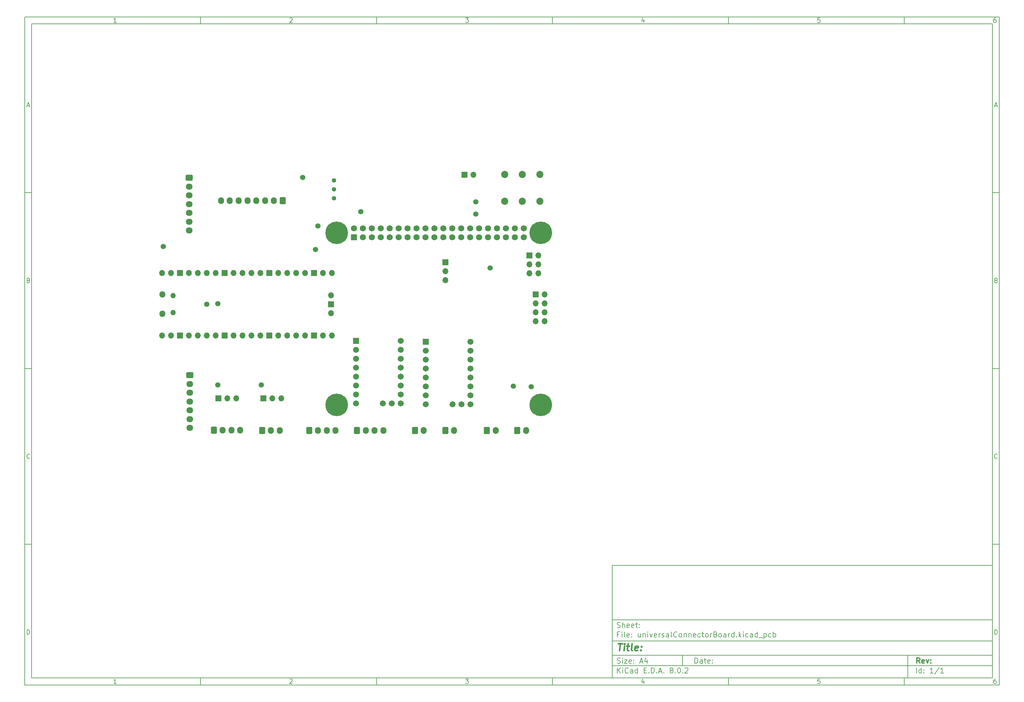
<source format=gbs>
G04 #@! TF.GenerationSoftware,KiCad,Pcbnew,8.0.2*
G04 #@! TF.CreationDate,2024-05-29T13:55:41+02:00*
G04 #@! TF.ProjectId,universalConnectorBoard,756e6976-6572-4736-916c-436f6e6e6563,rev?*
G04 #@! TF.SameCoordinates,Original*
G04 #@! TF.FileFunction,Soldermask,Bot*
G04 #@! TF.FilePolarity,Negative*
%FSLAX46Y46*%
G04 Gerber Fmt 4.6, Leading zero omitted, Abs format (unit mm)*
G04 Created by KiCad (PCBNEW 8.0.2) date 2024-05-29 13:55:41*
%MOMM*%
%LPD*%
G01*
G04 APERTURE LIST*
G04 Aperture macros list*
%AMRoundRect*
0 Rectangle with rounded corners*
0 $1 Rounding radius*
0 $2 $3 $4 $5 $6 $7 $8 $9 X,Y pos of 4 corners*
0 Add a 4 corners polygon primitive as box body*
4,1,4,$2,$3,$4,$5,$6,$7,$8,$9,$2,$3,0*
0 Add four circle primitives for the rounded corners*
1,1,$1+$1,$2,$3*
1,1,$1+$1,$4,$5*
1,1,$1+$1,$6,$7*
1,1,$1+$1,$8,$9*
0 Add four rect primitives between the rounded corners*
20,1,$1+$1,$2,$3,$4,$5,0*
20,1,$1+$1,$4,$5,$6,$7,0*
20,1,$1+$1,$6,$7,$8,$9,0*
20,1,$1+$1,$8,$9,$2,$3,0*%
G04 Aperture macros list end*
%ADD10C,0.100000*%
%ADD11C,0.150000*%
%ADD12C,0.300000*%
%ADD13C,0.400000*%
%ADD14RoundRect,0.250000X-0.725000X0.600000X-0.725000X-0.600000X0.725000X-0.600000X0.725000X0.600000X0*%
%ADD15O,1.950000X1.700000*%
%ADD16R,1.700000X1.700000*%
%ADD17O,1.700000X1.700000*%
%ADD18RoundRect,0.250000X-0.600000X-0.750000X0.600000X-0.750000X0.600000X0.750000X-0.600000X0.750000X0*%
%ADD19O,1.700000X2.000000*%
%ADD20C,1.280000*%
%ADD21O,1.800000X1.800000*%
%ADD22O,1.500000X1.500000*%
%ADD23RoundRect,0.250000X-0.600000X-0.725000X0.600000X-0.725000X0.600000X0.725000X-0.600000X0.725000X0*%
%ADD24O,1.700000X1.950000*%
%ADD25RoundRect,0.102000X-0.762000X-0.762000X0.762000X-0.762000X0.762000X0.762000X-0.762000X0.762000X0*%
%ADD26C,1.728000*%
%ADD27C,6.404000*%
%ADD28RoundRect,0.250000X0.600000X0.725000X-0.600000X0.725000X-0.600000X-0.725000X0.600000X-0.725000X0*%
%ADD29C,2.025000*%
%ADD30RoundRect,0.102000X-0.754000X-0.754000X0.754000X-0.754000X0.754000X0.754000X-0.754000X0.754000X0*%
%ADD31C,1.712000*%
%ADD32C,1.500000*%
G04 APERTURE END LIST*
D10*
D11*
X177002200Y-166007200D02*
X285002200Y-166007200D01*
X285002200Y-198007200D01*
X177002200Y-198007200D01*
X177002200Y-166007200D01*
D10*
D11*
X10000000Y-10000000D02*
X287002200Y-10000000D01*
X287002200Y-200007200D01*
X10000000Y-200007200D01*
X10000000Y-10000000D01*
D10*
D11*
X12000000Y-12000000D02*
X285002200Y-12000000D01*
X285002200Y-198007200D01*
X12000000Y-198007200D01*
X12000000Y-12000000D01*
D10*
D11*
X60000000Y-12000000D02*
X60000000Y-10000000D01*
D10*
D11*
X110000000Y-12000000D02*
X110000000Y-10000000D01*
D10*
D11*
X160000000Y-12000000D02*
X160000000Y-10000000D01*
D10*
D11*
X210000000Y-12000000D02*
X210000000Y-10000000D01*
D10*
D11*
X260000000Y-12000000D02*
X260000000Y-10000000D01*
D10*
D11*
X36089160Y-11593604D02*
X35346303Y-11593604D01*
X35717731Y-11593604D02*
X35717731Y-10293604D01*
X35717731Y-10293604D02*
X35593922Y-10479319D01*
X35593922Y-10479319D02*
X35470112Y-10603128D01*
X35470112Y-10603128D02*
X35346303Y-10665033D01*
D10*
D11*
X85346303Y-10417414D02*
X85408207Y-10355509D01*
X85408207Y-10355509D02*
X85532017Y-10293604D01*
X85532017Y-10293604D02*
X85841541Y-10293604D01*
X85841541Y-10293604D02*
X85965350Y-10355509D01*
X85965350Y-10355509D02*
X86027255Y-10417414D01*
X86027255Y-10417414D02*
X86089160Y-10541223D01*
X86089160Y-10541223D02*
X86089160Y-10665033D01*
X86089160Y-10665033D02*
X86027255Y-10850747D01*
X86027255Y-10850747D02*
X85284398Y-11593604D01*
X85284398Y-11593604D02*
X86089160Y-11593604D01*
D10*
D11*
X135284398Y-10293604D02*
X136089160Y-10293604D01*
X136089160Y-10293604D02*
X135655826Y-10788842D01*
X135655826Y-10788842D02*
X135841541Y-10788842D01*
X135841541Y-10788842D02*
X135965350Y-10850747D01*
X135965350Y-10850747D02*
X136027255Y-10912652D01*
X136027255Y-10912652D02*
X136089160Y-11036461D01*
X136089160Y-11036461D02*
X136089160Y-11345985D01*
X136089160Y-11345985D02*
X136027255Y-11469795D01*
X136027255Y-11469795D02*
X135965350Y-11531700D01*
X135965350Y-11531700D02*
X135841541Y-11593604D01*
X135841541Y-11593604D02*
X135470112Y-11593604D01*
X135470112Y-11593604D02*
X135346303Y-11531700D01*
X135346303Y-11531700D02*
X135284398Y-11469795D01*
D10*
D11*
X185965350Y-10726938D02*
X185965350Y-11593604D01*
X185655826Y-10231700D02*
X185346303Y-11160271D01*
X185346303Y-11160271D02*
X186151064Y-11160271D01*
D10*
D11*
X236027255Y-10293604D02*
X235408207Y-10293604D01*
X235408207Y-10293604D02*
X235346303Y-10912652D01*
X235346303Y-10912652D02*
X235408207Y-10850747D01*
X235408207Y-10850747D02*
X235532017Y-10788842D01*
X235532017Y-10788842D02*
X235841541Y-10788842D01*
X235841541Y-10788842D02*
X235965350Y-10850747D01*
X235965350Y-10850747D02*
X236027255Y-10912652D01*
X236027255Y-10912652D02*
X236089160Y-11036461D01*
X236089160Y-11036461D02*
X236089160Y-11345985D01*
X236089160Y-11345985D02*
X236027255Y-11469795D01*
X236027255Y-11469795D02*
X235965350Y-11531700D01*
X235965350Y-11531700D02*
X235841541Y-11593604D01*
X235841541Y-11593604D02*
X235532017Y-11593604D01*
X235532017Y-11593604D02*
X235408207Y-11531700D01*
X235408207Y-11531700D02*
X235346303Y-11469795D01*
D10*
D11*
X285965350Y-10293604D02*
X285717731Y-10293604D01*
X285717731Y-10293604D02*
X285593922Y-10355509D01*
X285593922Y-10355509D02*
X285532017Y-10417414D01*
X285532017Y-10417414D02*
X285408207Y-10603128D01*
X285408207Y-10603128D02*
X285346303Y-10850747D01*
X285346303Y-10850747D02*
X285346303Y-11345985D01*
X285346303Y-11345985D02*
X285408207Y-11469795D01*
X285408207Y-11469795D02*
X285470112Y-11531700D01*
X285470112Y-11531700D02*
X285593922Y-11593604D01*
X285593922Y-11593604D02*
X285841541Y-11593604D01*
X285841541Y-11593604D02*
X285965350Y-11531700D01*
X285965350Y-11531700D02*
X286027255Y-11469795D01*
X286027255Y-11469795D02*
X286089160Y-11345985D01*
X286089160Y-11345985D02*
X286089160Y-11036461D01*
X286089160Y-11036461D02*
X286027255Y-10912652D01*
X286027255Y-10912652D02*
X285965350Y-10850747D01*
X285965350Y-10850747D02*
X285841541Y-10788842D01*
X285841541Y-10788842D02*
X285593922Y-10788842D01*
X285593922Y-10788842D02*
X285470112Y-10850747D01*
X285470112Y-10850747D02*
X285408207Y-10912652D01*
X285408207Y-10912652D02*
X285346303Y-11036461D01*
D10*
D11*
X60000000Y-198007200D02*
X60000000Y-200007200D01*
D10*
D11*
X110000000Y-198007200D02*
X110000000Y-200007200D01*
D10*
D11*
X160000000Y-198007200D02*
X160000000Y-200007200D01*
D10*
D11*
X210000000Y-198007200D02*
X210000000Y-200007200D01*
D10*
D11*
X260000000Y-198007200D02*
X260000000Y-200007200D01*
D10*
D11*
X36089160Y-199600804D02*
X35346303Y-199600804D01*
X35717731Y-199600804D02*
X35717731Y-198300804D01*
X35717731Y-198300804D02*
X35593922Y-198486519D01*
X35593922Y-198486519D02*
X35470112Y-198610328D01*
X35470112Y-198610328D02*
X35346303Y-198672233D01*
D10*
D11*
X85346303Y-198424614D02*
X85408207Y-198362709D01*
X85408207Y-198362709D02*
X85532017Y-198300804D01*
X85532017Y-198300804D02*
X85841541Y-198300804D01*
X85841541Y-198300804D02*
X85965350Y-198362709D01*
X85965350Y-198362709D02*
X86027255Y-198424614D01*
X86027255Y-198424614D02*
X86089160Y-198548423D01*
X86089160Y-198548423D02*
X86089160Y-198672233D01*
X86089160Y-198672233D02*
X86027255Y-198857947D01*
X86027255Y-198857947D02*
X85284398Y-199600804D01*
X85284398Y-199600804D02*
X86089160Y-199600804D01*
D10*
D11*
X135284398Y-198300804D02*
X136089160Y-198300804D01*
X136089160Y-198300804D02*
X135655826Y-198796042D01*
X135655826Y-198796042D02*
X135841541Y-198796042D01*
X135841541Y-198796042D02*
X135965350Y-198857947D01*
X135965350Y-198857947D02*
X136027255Y-198919852D01*
X136027255Y-198919852D02*
X136089160Y-199043661D01*
X136089160Y-199043661D02*
X136089160Y-199353185D01*
X136089160Y-199353185D02*
X136027255Y-199476995D01*
X136027255Y-199476995D02*
X135965350Y-199538900D01*
X135965350Y-199538900D02*
X135841541Y-199600804D01*
X135841541Y-199600804D02*
X135470112Y-199600804D01*
X135470112Y-199600804D02*
X135346303Y-199538900D01*
X135346303Y-199538900D02*
X135284398Y-199476995D01*
D10*
D11*
X185965350Y-198734138D02*
X185965350Y-199600804D01*
X185655826Y-198238900D02*
X185346303Y-199167471D01*
X185346303Y-199167471D02*
X186151064Y-199167471D01*
D10*
D11*
X236027255Y-198300804D02*
X235408207Y-198300804D01*
X235408207Y-198300804D02*
X235346303Y-198919852D01*
X235346303Y-198919852D02*
X235408207Y-198857947D01*
X235408207Y-198857947D02*
X235532017Y-198796042D01*
X235532017Y-198796042D02*
X235841541Y-198796042D01*
X235841541Y-198796042D02*
X235965350Y-198857947D01*
X235965350Y-198857947D02*
X236027255Y-198919852D01*
X236027255Y-198919852D02*
X236089160Y-199043661D01*
X236089160Y-199043661D02*
X236089160Y-199353185D01*
X236089160Y-199353185D02*
X236027255Y-199476995D01*
X236027255Y-199476995D02*
X235965350Y-199538900D01*
X235965350Y-199538900D02*
X235841541Y-199600804D01*
X235841541Y-199600804D02*
X235532017Y-199600804D01*
X235532017Y-199600804D02*
X235408207Y-199538900D01*
X235408207Y-199538900D02*
X235346303Y-199476995D01*
D10*
D11*
X285965350Y-198300804D02*
X285717731Y-198300804D01*
X285717731Y-198300804D02*
X285593922Y-198362709D01*
X285593922Y-198362709D02*
X285532017Y-198424614D01*
X285532017Y-198424614D02*
X285408207Y-198610328D01*
X285408207Y-198610328D02*
X285346303Y-198857947D01*
X285346303Y-198857947D02*
X285346303Y-199353185D01*
X285346303Y-199353185D02*
X285408207Y-199476995D01*
X285408207Y-199476995D02*
X285470112Y-199538900D01*
X285470112Y-199538900D02*
X285593922Y-199600804D01*
X285593922Y-199600804D02*
X285841541Y-199600804D01*
X285841541Y-199600804D02*
X285965350Y-199538900D01*
X285965350Y-199538900D02*
X286027255Y-199476995D01*
X286027255Y-199476995D02*
X286089160Y-199353185D01*
X286089160Y-199353185D02*
X286089160Y-199043661D01*
X286089160Y-199043661D02*
X286027255Y-198919852D01*
X286027255Y-198919852D02*
X285965350Y-198857947D01*
X285965350Y-198857947D02*
X285841541Y-198796042D01*
X285841541Y-198796042D02*
X285593922Y-198796042D01*
X285593922Y-198796042D02*
X285470112Y-198857947D01*
X285470112Y-198857947D02*
X285408207Y-198919852D01*
X285408207Y-198919852D02*
X285346303Y-199043661D01*
D10*
D11*
X10000000Y-60000000D02*
X12000000Y-60000000D01*
D10*
D11*
X10000000Y-110000000D02*
X12000000Y-110000000D01*
D10*
D11*
X10000000Y-160000000D02*
X12000000Y-160000000D01*
D10*
D11*
X10690476Y-35222176D02*
X11309523Y-35222176D01*
X10566666Y-35593604D02*
X10999999Y-34293604D01*
X10999999Y-34293604D02*
X11433333Y-35593604D01*
D10*
D11*
X11092857Y-84912652D02*
X11278571Y-84974557D01*
X11278571Y-84974557D02*
X11340476Y-85036461D01*
X11340476Y-85036461D02*
X11402380Y-85160271D01*
X11402380Y-85160271D02*
X11402380Y-85345985D01*
X11402380Y-85345985D02*
X11340476Y-85469795D01*
X11340476Y-85469795D02*
X11278571Y-85531700D01*
X11278571Y-85531700D02*
X11154761Y-85593604D01*
X11154761Y-85593604D02*
X10659523Y-85593604D01*
X10659523Y-85593604D02*
X10659523Y-84293604D01*
X10659523Y-84293604D02*
X11092857Y-84293604D01*
X11092857Y-84293604D02*
X11216666Y-84355509D01*
X11216666Y-84355509D02*
X11278571Y-84417414D01*
X11278571Y-84417414D02*
X11340476Y-84541223D01*
X11340476Y-84541223D02*
X11340476Y-84665033D01*
X11340476Y-84665033D02*
X11278571Y-84788842D01*
X11278571Y-84788842D02*
X11216666Y-84850747D01*
X11216666Y-84850747D02*
X11092857Y-84912652D01*
X11092857Y-84912652D02*
X10659523Y-84912652D01*
D10*
D11*
X11402380Y-135469795D02*
X11340476Y-135531700D01*
X11340476Y-135531700D02*
X11154761Y-135593604D01*
X11154761Y-135593604D02*
X11030952Y-135593604D01*
X11030952Y-135593604D02*
X10845238Y-135531700D01*
X10845238Y-135531700D02*
X10721428Y-135407890D01*
X10721428Y-135407890D02*
X10659523Y-135284080D01*
X10659523Y-135284080D02*
X10597619Y-135036461D01*
X10597619Y-135036461D02*
X10597619Y-134850747D01*
X10597619Y-134850747D02*
X10659523Y-134603128D01*
X10659523Y-134603128D02*
X10721428Y-134479319D01*
X10721428Y-134479319D02*
X10845238Y-134355509D01*
X10845238Y-134355509D02*
X11030952Y-134293604D01*
X11030952Y-134293604D02*
X11154761Y-134293604D01*
X11154761Y-134293604D02*
X11340476Y-134355509D01*
X11340476Y-134355509D02*
X11402380Y-134417414D01*
D10*
D11*
X10659523Y-185593604D02*
X10659523Y-184293604D01*
X10659523Y-184293604D02*
X10969047Y-184293604D01*
X10969047Y-184293604D02*
X11154761Y-184355509D01*
X11154761Y-184355509D02*
X11278571Y-184479319D01*
X11278571Y-184479319D02*
X11340476Y-184603128D01*
X11340476Y-184603128D02*
X11402380Y-184850747D01*
X11402380Y-184850747D02*
X11402380Y-185036461D01*
X11402380Y-185036461D02*
X11340476Y-185284080D01*
X11340476Y-185284080D02*
X11278571Y-185407890D01*
X11278571Y-185407890D02*
X11154761Y-185531700D01*
X11154761Y-185531700D02*
X10969047Y-185593604D01*
X10969047Y-185593604D02*
X10659523Y-185593604D01*
D10*
D11*
X287002200Y-60000000D02*
X285002200Y-60000000D01*
D10*
D11*
X287002200Y-110000000D02*
X285002200Y-110000000D01*
D10*
D11*
X287002200Y-160000000D02*
X285002200Y-160000000D01*
D10*
D11*
X285692676Y-35222176D02*
X286311723Y-35222176D01*
X285568866Y-35593604D02*
X286002199Y-34293604D01*
X286002199Y-34293604D02*
X286435533Y-35593604D01*
D10*
D11*
X286095057Y-84912652D02*
X286280771Y-84974557D01*
X286280771Y-84974557D02*
X286342676Y-85036461D01*
X286342676Y-85036461D02*
X286404580Y-85160271D01*
X286404580Y-85160271D02*
X286404580Y-85345985D01*
X286404580Y-85345985D02*
X286342676Y-85469795D01*
X286342676Y-85469795D02*
X286280771Y-85531700D01*
X286280771Y-85531700D02*
X286156961Y-85593604D01*
X286156961Y-85593604D02*
X285661723Y-85593604D01*
X285661723Y-85593604D02*
X285661723Y-84293604D01*
X285661723Y-84293604D02*
X286095057Y-84293604D01*
X286095057Y-84293604D02*
X286218866Y-84355509D01*
X286218866Y-84355509D02*
X286280771Y-84417414D01*
X286280771Y-84417414D02*
X286342676Y-84541223D01*
X286342676Y-84541223D02*
X286342676Y-84665033D01*
X286342676Y-84665033D02*
X286280771Y-84788842D01*
X286280771Y-84788842D02*
X286218866Y-84850747D01*
X286218866Y-84850747D02*
X286095057Y-84912652D01*
X286095057Y-84912652D02*
X285661723Y-84912652D01*
D10*
D11*
X286404580Y-135469795D02*
X286342676Y-135531700D01*
X286342676Y-135531700D02*
X286156961Y-135593604D01*
X286156961Y-135593604D02*
X286033152Y-135593604D01*
X286033152Y-135593604D02*
X285847438Y-135531700D01*
X285847438Y-135531700D02*
X285723628Y-135407890D01*
X285723628Y-135407890D02*
X285661723Y-135284080D01*
X285661723Y-135284080D02*
X285599819Y-135036461D01*
X285599819Y-135036461D02*
X285599819Y-134850747D01*
X285599819Y-134850747D02*
X285661723Y-134603128D01*
X285661723Y-134603128D02*
X285723628Y-134479319D01*
X285723628Y-134479319D02*
X285847438Y-134355509D01*
X285847438Y-134355509D02*
X286033152Y-134293604D01*
X286033152Y-134293604D02*
X286156961Y-134293604D01*
X286156961Y-134293604D02*
X286342676Y-134355509D01*
X286342676Y-134355509D02*
X286404580Y-134417414D01*
D10*
D11*
X285661723Y-185593604D02*
X285661723Y-184293604D01*
X285661723Y-184293604D02*
X285971247Y-184293604D01*
X285971247Y-184293604D02*
X286156961Y-184355509D01*
X286156961Y-184355509D02*
X286280771Y-184479319D01*
X286280771Y-184479319D02*
X286342676Y-184603128D01*
X286342676Y-184603128D02*
X286404580Y-184850747D01*
X286404580Y-184850747D02*
X286404580Y-185036461D01*
X286404580Y-185036461D02*
X286342676Y-185284080D01*
X286342676Y-185284080D02*
X286280771Y-185407890D01*
X286280771Y-185407890D02*
X286156961Y-185531700D01*
X286156961Y-185531700D02*
X285971247Y-185593604D01*
X285971247Y-185593604D02*
X285661723Y-185593604D01*
D10*
D11*
X200458026Y-193793328D02*
X200458026Y-192293328D01*
X200458026Y-192293328D02*
X200815169Y-192293328D01*
X200815169Y-192293328D02*
X201029455Y-192364757D01*
X201029455Y-192364757D02*
X201172312Y-192507614D01*
X201172312Y-192507614D02*
X201243741Y-192650471D01*
X201243741Y-192650471D02*
X201315169Y-192936185D01*
X201315169Y-192936185D02*
X201315169Y-193150471D01*
X201315169Y-193150471D02*
X201243741Y-193436185D01*
X201243741Y-193436185D02*
X201172312Y-193579042D01*
X201172312Y-193579042D02*
X201029455Y-193721900D01*
X201029455Y-193721900D02*
X200815169Y-193793328D01*
X200815169Y-193793328D02*
X200458026Y-193793328D01*
X202600884Y-193793328D02*
X202600884Y-193007614D01*
X202600884Y-193007614D02*
X202529455Y-192864757D01*
X202529455Y-192864757D02*
X202386598Y-192793328D01*
X202386598Y-192793328D02*
X202100884Y-192793328D01*
X202100884Y-192793328D02*
X201958026Y-192864757D01*
X202600884Y-193721900D02*
X202458026Y-193793328D01*
X202458026Y-193793328D02*
X202100884Y-193793328D01*
X202100884Y-193793328D02*
X201958026Y-193721900D01*
X201958026Y-193721900D02*
X201886598Y-193579042D01*
X201886598Y-193579042D02*
X201886598Y-193436185D01*
X201886598Y-193436185D02*
X201958026Y-193293328D01*
X201958026Y-193293328D02*
X202100884Y-193221900D01*
X202100884Y-193221900D02*
X202458026Y-193221900D01*
X202458026Y-193221900D02*
X202600884Y-193150471D01*
X203100884Y-192793328D02*
X203672312Y-192793328D01*
X203315169Y-192293328D02*
X203315169Y-193579042D01*
X203315169Y-193579042D02*
X203386598Y-193721900D01*
X203386598Y-193721900D02*
X203529455Y-193793328D01*
X203529455Y-193793328D02*
X203672312Y-193793328D01*
X204743741Y-193721900D02*
X204600884Y-193793328D01*
X204600884Y-193793328D02*
X204315170Y-193793328D01*
X204315170Y-193793328D02*
X204172312Y-193721900D01*
X204172312Y-193721900D02*
X204100884Y-193579042D01*
X204100884Y-193579042D02*
X204100884Y-193007614D01*
X204100884Y-193007614D02*
X204172312Y-192864757D01*
X204172312Y-192864757D02*
X204315170Y-192793328D01*
X204315170Y-192793328D02*
X204600884Y-192793328D01*
X204600884Y-192793328D02*
X204743741Y-192864757D01*
X204743741Y-192864757D02*
X204815170Y-193007614D01*
X204815170Y-193007614D02*
X204815170Y-193150471D01*
X204815170Y-193150471D02*
X204100884Y-193293328D01*
X205458026Y-193650471D02*
X205529455Y-193721900D01*
X205529455Y-193721900D02*
X205458026Y-193793328D01*
X205458026Y-193793328D02*
X205386598Y-193721900D01*
X205386598Y-193721900D02*
X205458026Y-193650471D01*
X205458026Y-193650471D02*
X205458026Y-193793328D01*
X205458026Y-192864757D02*
X205529455Y-192936185D01*
X205529455Y-192936185D02*
X205458026Y-193007614D01*
X205458026Y-193007614D02*
X205386598Y-192936185D01*
X205386598Y-192936185D02*
X205458026Y-192864757D01*
X205458026Y-192864757D02*
X205458026Y-193007614D01*
D10*
D11*
X177002200Y-194507200D02*
X285002200Y-194507200D01*
D10*
D11*
X178458026Y-196593328D02*
X178458026Y-195093328D01*
X179315169Y-196593328D02*
X178672312Y-195736185D01*
X179315169Y-195093328D02*
X178458026Y-195950471D01*
X179958026Y-196593328D02*
X179958026Y-195593328D01*
X179958026Y-195093328D02*
X179886598Y-195164757D01*
X179886598Y-195164757D02*
X179958026Y-195236185D01*
X179958026Y-195236185D02*
X180029455Y-195164757D01*
X180029455Y-195164757D02*
X179958026Y-195093328D01*
X179958026Y-195093328D02*
X179958026Y-195236185D01*
X181529455Y-196450471D02*
X181458027Y-196521900D01*
X181458027Y-196521900D02*
X181243741Y-196593328D01*
X181243741Y-196593328D02*
X181100884Y-196593328D01*
X181100884Y-196593328D02*
X180886598Y-196521900D01*
X180886598Y-196521900D02*
X180743741Y-196379042D01*
X180743741Y-196379042D02*
X180672312Y-196236185D01*
X180672312Y-196236185D02*
X180600884Y-195950471D01*
X180600884Y-195950471D02*
X180600884Y-195736185D01*
X180600884Y-195736185D02*
X180672312Y-195450471D01*
X180672312Y-195450471D02*
X180743741Y-195307614D01*
X180743741Y-195307614D02*
X180886598Y-195164757D01*
X180886598Y-195164757D02*
X181100884Y-195093328D01*
X181100884Y-195093328D02*
X181243741Y-195093328D01*
X181243741Y-195093328D02*
X181458027Y-195164757D01*
X181458027Y-195164757D02*
X181529455Y-195236185D01*
X182815170Y-196593328D02*
X182815170Y-195807614D01*
X182815170Y-195807614D02*
X182743741Y-195664757D01*
X182743741Y-195664757D02*
X182600884Y-195593328D01*
X182600884Y-195593328D02*
X182315170Y-195593328D01*
X182315170Y-195593328D02*
X182172312Y-195664757D01*
X182815170Y-196521900D02*
X182672312Y-196593328D01*
X182672312Y-196593328D02*
X182315170Y-196593328D01*
X182315170Y-196593328D02*
X182172312Y-196521900D01*
X182172312Y-196521900D02*
X182100884Y-196379042D01*
X182100884Y-196379042D02*
X182100884Y-196236185D01*
X182100884Y-196236185D02*
X182172312Y-196093328D01*
X182172312Y-196093328D02*
X182315170Y-196021900D01*
X182315170Y-196021900D02*
X182672312Y-196021900D01*
X182672312Y-196021900D02*
X182815170Y-195950471D01*
X184172313Y-196593328D02*
X184172313Y-195093328D01*
X184172313Y-196521900D02*
X184029455Y-196593328D01*
X184029455Y-196593328D02*
X183743741Y-196593328D01*
X183743741Y-196593328D02*
X183600884Y-196521900D01*
X183600884Y-196521900D02*
X183529455Y-196450471D01*
X183529455Y-196450471D02*
X183458027Y-196307614D01*
X183458027Y-196307614D02*
X183458027Y-195879042D01*
X183458027Y-195879042D02*
X183529455Y-195736185D01*
X183529455Y-195736185D02*
X183600884Y-195664757D01*
X183600884Y-195664757D02*
X183743741Y-195593328D01*
X183743741Y-195593328D02*
X184029455Y-195593328D01*
X184029455Y-195593328D02*
X184172313Y-195664757D01*
X186029455Y-195807614D02*
X186529455Y-195807614D01*
X186743741Y-196593328D02*
X186029455Y-196593328D01*
X186029455Y-196593328D02*
X186029455Y-195093328D01*
X186029455Y-195093328D02*
X186743741Y-195093328D01*
X187386598Y-196450471D02*
X187458027Y-196521900D01*
X187458027Y-196521900D02*
X187386598Y-196593328D01*
X187386598Y-196593328D02*
X187315170Y-196521900D01*
X187315170Y-196521900D02*
X187386598Y-196450471D01*
X187386598Y-196450471D02*
X187386598Y-196593328D01*
X188100884Y-196593328D02*
X188100884Y-195093328D01*
X188100884Y-195093328D02*
X188458027Y-195093328D01*
X188458027Y-195093328D02*
X188672313Y-195164757D01*
X188672313Y-195164757D02*
X188815170Y-195307614D01*
X188815170Y-195307614D02*
X188886599Y-195450471D01*
X188886599Y-195450471D02*
X188958027Y-195736185D01*
X188958027Y-195736185D02*
X188958027Y-195950471D01*
X188958027Y-195950471D02*
X188886599Y-196236185D01*
X188886599Y-196236185D02*
X188815170Y-196379042D01*
X188815170Y-196379042D02*
X188672313Y-196521900D01*
X188672313Y-196521900D02*
X188458027Y-196593328D01*
X188458027Y-196593328D02*
X188100884Y-196593328D01*
X189600884Y-196450471D02*
X189672313Y-196521900D01*
X189672313Y-196521900D02*
X189600884Y-196593328D01*
X189600884Y-196593328D02*
X189529456Y-196521900D01*
X189529456Y-196521900D02*
X189600884Y-196450471D01*
X189600884Y-196450471D02*
X189600884Y-196593328D01*
X190243742Y-196164757D02*
X190958028Y-196164757D01*
X190100885Y-196593328D02*
X190600885Y-195093328D01*
X190600885Y-195093328D02*
X191100885Y-196593328D01*
X191600884Y-196450471D02*
X191672313Y-196521900D01*
X191672313Y-196521900D02*
X191600884Y-196593328D01*
X191600884Y-196593328D02*
X191529456Y-196521900D01*
X191529456Y-196521900D02*
X191600884Y-196450471D01*
X191600884Y-196450471D02*
X191600884Y-196593328D01*
X193672313Y-195736185D02*
X193529456Y-195664757D01*
X193529456Y-195664757D02*
X193458027Y-195593328D01*
X193458027Y-195593328D02*
X193386599Y-195450471D01*
X193386599Y-195450471D02*
X193386599Y-195379042D01*
X193386599Y-195379042D02*
X193458027Y-195236185D01*
X193458027Y-195236185D02*
X193529456Y-195164757D01*
X193529456Y-195164757D02*
X193672313Y-195093328D01*
X193672313Y-195093328D02*
X193958027Y-195093328D01*
X193958027Y-195093328D02*
X194100885Y-195164757D01*
X194100885Y-195164757D02*
X194172313Y-195236185D01*
X194172313Y-195236185D02*
X194243742Y-195379042D01*
X194243742Y-195379042D02*
X194243742Y-195450471D01*
X194243742Y-195450471D02*
X194172313Y-195593328D01*
X194172313Y-195593328D02*
X194100885Y-195664757D01*
X194100885Y-195664757D02*
X193958027Y-195736185D01*
X193958027Y-195736185D02*
X193672313Y-195736185D01*
X193672313Y-195736185D02*
X193529456Y-195807614D01*
X193529456Y-195807614D02*
X193458027Y-195879042D01*
X193458027Y-195879042D02*
X193386599Y-196021900D01*
X193386599Y-196021900D02*
X193386599Y-196307614D01*
X193386599Y-196307614D02*
X193458027Y-196450471D01*
X193458027Y-196450471D02*
X193529456Y-196521900D01*
X193529456Y-196521900D02*
X193672313Y-196593328D01*
X193672313Y-196593328D02*
X193958027Y-196593328D01*
X193958027Y-196593328D02*
X194100885Y-196521900D01*
X194100885Y-196521900D02*
X194172313Y-196450471D01*
X194172313Y-196450471D02*
X194243742Y-196307614D01*
X194243742Y-196307614D02*
X194243742Y-196021900D01*
X194243742Y-196021900D02*
X194172313Y-195879042D01*
X194172313Y-195879042D02*
X194100885Y-195807614D01*
X194100885Y-195807614D02*
X193958027Y-195736185D01*
X194886598Y-196450471D02*
X194958027Y-196521900D01*
X194958027Y-196521900D02*
X194886598Y-196593328D01*
X194886598Y-196593328D02*
X194815170Y-196521900D01*
X194815170Y-196521900D02*
X194886598Y-196450471D01*
X194886598Y-196450471D02*
X194886598Y-196593328D01*
X195886599Y-195093328D02*
X196029456Y-195093328D01*
X196029456Y-195093328D02*
X196172313Y-195164757D01*
X196172313Y-195164757D02*
X196243742Y-195236185D01*
X196243742Y-195236185D02*
X196315170Y-195379042D01*
X196315170Y-195379042D02*
X196386599Y-195664757D01*
X196386599Y-195664757D02*
X196386599Y-196021900D01*
X196386599Y-196021900D02*
X196315170Y-196307614D01*
X196315170Y-196307614D02*
X196243742Y-196450471D01*
X196243742Y-196450471D02*
X196172313Y-196521900D01*
X196172313Y-196521900D02*
X196029456Y-196593328D01*
X196029456Y-196593328D02*
X195886599Y-196593328D01*
X195886599Y-196593328D02*
X195743742Y-196521900D01*
X195743742Y-196521900D02*
X195672313Y-196450471D01*
X195672313Y-196450471D02*
X195600884Y-196307614D01*
X195600884Y-196307614D02*
X195529456Y-196021900D01*
X195529456Y-196021900D02*
X195529456Y-195664757D01*
X195529456Y-195664757D02*
X195600884Y-195379042D01*
X195600884Y-195379042D02*
X195672313Y-195236185D01*
X195672313Y-195236185D02*
X195743742Y-195164757D01*
X195743742Y-195164757D02*
X195886599Y-195093328D01*
X197029455Y-196450471D02*
X197100884Y-196521900D01*
X197100884Y-196521900D02*
X197029455Y-196593328D01*
X197029455Y-196593328D02*
X196958027Y-196521900D01*
X196958027Y-196521900D02*
X197029455Y-196450471D01*
X197029455Y-196450471D02*
X197029455Y-196593328D01*
X197672313Y-195236185D02*
X197743741Y-195164757D01*
X197743741Y-195164757D02*
X197886599Y-195093328D01*
X197886599Y-195093328D02*
X198243741Y-195093328D01*
X198243741Y-195093328D02*
X198386599Y-195164757D01*
X198386599Y-195164757D02*
X198458027Y-195236185D01*
X198458027Y-195236185D02*
X198529456Y-195379042D01*
X198529456Y-195379042D02*
X198529456Y-195521900D01*
X198529456Y-195521900D02*
X198458027Y-195736185D01*
X198458027Y-195736185D02*
X197600884Y-196593328D01*
X197600884Y-196593328D02*
X198529456Y-196593328D01*
D10*
D11*
X177002200Y-191507200D02*
X285002200Y-191507200D01*
D10*
D12*
X264413853Y-193785528D02*
X263913853Y-193071242D01*
X263556710Y-193785528D02*
X263556710Y-192285528D01*
X263556710Y-192285528D02*
X264128139Y-192285528D01*
X264128139Y-192285528D02*
X264270996Y-192356957D01*
X264270996Y-192356957D02*
X264342425Y-192428385D01*
X264342425Y-192428385D02*
X264413853Y-192571242D01*
X264413853Y-192571242D02*
X264413853Y-192785528D01*
X264413853Y-192785528D02*
X264342425Y-192928385D01*
X264342425Y-192928385D02*
X264270996Y-192999814D01*
X264270996Y-192999814D02*
X264128139Y-193071242D01*
X264128139Y-193071242D02*
X263556710Y-193071242D01*
X265628139Y-193714100D02*
X265485282Y-193785528D01*
X265485282Y-193785528D02*
X265199568Y-193785528D01*
X265199568Y-193785528D02*
X265056710Y-193714100D01*
X265056710Y-193714100D02*
X264985282Y-193571242D01*
X264985282Y-193571242D02*
X264985282Y-192999814D01*
X264985282Y-192999814D02*
X265056710Y-192856957D01*
X265056710Y-192856957D02*
X265199568Y-192785528D01*
X265199568Y-192785528D02*
X265485282Y-192785528D01*
X265485282Y-192785528D02*
X265628139Y-192856957D01*
X265628139Y-192856957D02*
X265699568Y-192999814D01*
X265699568Y-192999814D02*
X265699568Y-193142671D01*
X265699568Y-193142671D02*
X264985282Y-193285528D01*
X266199567Y-192785528D02*
X266556710Y-193785528D01*
X266556710Y-193785528D02*
X266913853Y-192785528D01*
X267485281Y-193642671D02*
X267556710Y-193714100D01*
X267556710Y-193714100D02*
X267485281Y-193785528D01*
X267485281Y-193785528D02*
X267413853Y-193714100D01*
X267413853Y-193714100D02*
X267485281Y-193642671D01*
X267485281Y-193642671D02*
X267485281Y-193785528D01*
X267485281Y-192856957D02*
X267556710Y-192928385D01*
X267556710Y-192928385D02*
X267485281Y-192999814D01*
X267485281Y-192999814D02*
X267413853Y-192928385D01*
X267413853Y-192928385D02*
X267485281Y-192856957D01*
X267485281Y-192856957D02*
X267485281Y-192999814D01*
D10*
D11*
X178386598Y-193721900D02*
X178600884Y-193793328D01*
X178600884Y-193793328D02*
X178958026Y-193793328D01*
X178958026Y-193793328D02*
X179100884Y-193721900D01*
X179100884Y-193721900D02*
X179172312Y-193650471D01*
X179172312Y-193650471D02*
X179243741Y-193507614D01*
X179243741Y-193507614D02*
X179243741Y-193364757D01*
X179243741Y-193364757D02*
X179172312Y-193221900D01*
X179172312Y-193221900D02*
X179100884Y-193150471D01*
X179100884Y-193150471D02*
X178958026Y-193079042D01*
X178958026Y-193079042D02*
X178672312Y-193007614D01*
X178672312Y-193007614D02*
X178529455Y-192936185D01*
X178529455Y-192936185D02*
X178458026Y-192864757D01*
X178458026Y-192864757D02*
X178386598Y-192721900D01*
X178386598Y-192721900D02*
X178386598Y-192579042D01*
X178386598Y-192579042D02*
X178458026Y-192436185D01*
X178458026Y-192436185D02*
X178529455Y-192364757D01*
X178529455Y-192364757D02*
X178672312Y-192293328D01*
X178672312Y-192293328D02*
X179029455Y-192293328D01*
X179029455Y-192293328D02*
X179243741Y-192364757D01*
X179886597Y-193793328D02*
X179886597Y-192793328D01*
X179886597Y-192293328D02*
X179815169Y-192364757D01*
X179815169Y-192364757D02*
X179886597Y-192436185D01*
X179886597Y-192436185D02*
X179958026Y-192364757D01*
X179958026Y-192364757D02*
X179886597Y-192293328D01*
X179886597Y-192293328D02*
X179886597Y-192436185D01*
X180458026Y-192793328D02*
X181243741Y-192793328D01*
X181243741Y-192793328D02*
X180458026Y-193793328D01*
X180458026Y-193793328D02*
X181243741Y-193793328D01*
X182386598Y-193721900D02*
X182243741Y-193793328D01*
X182243741Y-193793328D02*
X181958027Y-193793328D01*
X181958027Y-193793328D02*
X181815169Y-193721900D01*
X181815169Y-193721900D02*
X181743741Y-193579042D01*
X181743741Y-193579042D02*
X181743741Y-193007614D01*
X181743741Y-193007614D02*
X181815169Y-192864757D01*
X181815169Y-192864757D02*
X181958027Y-192793328D01*
X181958027Y-192793328D02*
X182243741Y-192793328D01*
X182243741Y-192793328D02*
X182386598Y-192864757D01*
X182386598Y-192864757D02*
X182458027Y-193007614D01*
X182458027Y-193007614D02*
X182458027Y-193150471D01*
X182458027Y-193150471D02*
X181743741Y-193293328D01*
X183100883Y-193650471D02*
X183172312Y-193721900D01*
X183172312Y-193721900D02*
X183100883Y-193793328D01*
X183100883Y-193793328D02*
X183029455Y-193721900D01*
X183029455Y-193721900D02*
X183100883Y-193650471D01*
X183100883Y-193650471D02*
X183100883Y-193793328D01*
X183100883Y-192864757D02*
X183172312Y-192936185D01*
X183172312Y-192936185D02*
X183100883Y-193007614D01*
X183100883Y-193007614D02*
X183029455Y-192936185D01*
X183029455Y-192936185D02*
X183100883Y-192864757D01*
X183100883Y-192864757D02*
X183100883Y-193007614D01*
X184886598Y-193364757D02*
X185600884Y-193364757D01*
X184743741Y-193793328D02*
X185243741Y-192293328D01*
X185243741Y-192293328D02*
X185743741Y-193793328D01*
X186886598Y-192793328D02*
X186886598Y-193793328D01*
X186529455Y-192221900D02*
X186172312Y-193293328D01*
X186172312Y-193293328D02*
X187100883Y-193293328D01*
D10*
D11*
X263458026Y-196593328D02*
X263458026Y-195093328D01*
X264815170Y-196593328D02*
X264815170Y-195093328D01*
X264815170Y-196521900D02*
X264672312Y-196593328D01*
X264672312Y-196593328D02*
X264386598Y-196593328D01*
X264386598Y-196593328D02*
X264243741Y-196521900D01*
X264243741Y-196521900D02*
X264172312Y-196450471D01*
X264172312Y-196450471D02*
X264100884Y-196307614D01*
X264100884Y-196307614D02*
X264100884Y-195879042D01*
X264100884Y-195879042D02*
X264172312Y-195736185D01*
X264172312Y-195736185D02*
X264243741Y-195664757D01*
X264243741Y-195664757D02*
X264386598Y-195593328D01*
X264386598Y-195593328D02*
X264672312Y-195593328D01*
X264672312Y-195593328D02*
X264815170Y-195664757D01*
X265529455Y-196450471D02*
X265600884Y-196521900D01*
X265600884Y-196521900D02*
X265529455Y-196593328D01*
X265529455Y-196593328D02*
X265458027Y-196521900D01*
X265458027Y-196521900D02*
X265529455Y-196450471D01*
X265529455Y-196450471D02*
X265529455Y-196593328D01*
X265529455Y-195664757D02*
X265600884Y-195736185D01*
X265600884Y-195736185D02*
X265529455Y-195807614D01*
X265529455Y-195807614D02*
X265458027Y-195736185D01*
X265458027Y-195736185D02*
X265529455Y-195664757D01*
X265529455Y-195664757D02*
X265529455Y-195807614D01*
X268172313Y-196593328D02*
X267315170Y-196593328D01*
X267743741Y-196593328D02*
X267743741Y-195093328D01*
X267743741Y-195093328D02*
X267600884Y-195307614D01*
X267600884Y-195307614D02*
X267458027Y-195450471D01*
X267458027Y-195450471D02*
X267315170Y-195521900D01*
X269886598Y-195021900D02*
X268600884Y-196950471D01*
X271172313Y-196593328D02*
X270315170Y-196593328D01*
X270743741Y-196593328D02*
X270743741Y-195093328D01*
X270743741Y-195093328D02*
X270600884Y-195307614D01*
X270600884Y-195307614D02*
X270458027Y-195450471D01*
X270458027Y-195450471D02*
X270315170Y-195521900D01*
D10*
D11*
X177002200Y-187507200D02*
X285002200Y-187507200D01*
D10*
D13*
X178693928Y-188211638D02*
X179836785Y-188211638D01*
X179015357Y-190211638D02*
X179265357Y-188211638D01*
X180253452Y-190211638D02*
X180420119Y-188878304D01*
X180503452Y-188211638D02*
X180396309Y-188306876D01*
X180396309Y-188306876D02*
X180479643Y-188402114D01*
X180479643Y-188402114D02*
X180586786Y-188306876D01*
X180586786Y-188306876D02*
X180503452Y-188211638D01*
X180503452Y-188211638D02*
X180479643Y-188402114D01*
X181086786Y-188878304D02*
X181848690Y-188878304D01*
X181455833Y-188211638D02*
X181241548Y-189925923D01*
X181241548Y-189925923D02*
X181312976Y-190116400D01*
X181312976Y-190116400D02*
X181491548Y-190211638D01*
X181491548Y-190211638D02*
X181682024Y-190211638D01*
X182634405Y-190211638D02*
X182455833Y-190116400D01*
X182455833Y-190116400D02*
X182384405Y-189925923D01*
X182384405Y-189925923D02*
X182598690Y-188211638D01*
X184170119Y-190116400D02*
X183967738Y-190211638D01*
X183967738Y-190211638D02*
X183586785Y-190211638D01*
X183586785Y-190211638D02*
X183408214Y-190116400D01*
X183408214Y-190116400D02*
X183336785Y-189925923D01*
X183336785Y-189925923D02*
X183432024Y-189164019D01*
X183432024Y-189164019D02*
X183551071Y-188973542D01*
X183551071Y-188973542D02*
X183753452Y-188878304D01*
X183753452Y-188878304D02*
X184134404Y-188878304D01*
X184134404Y-188878304D02*
X184312976Y-188973542D01*
X184312976Y-188973542D02*
X184384404Y-189164019D01*
X184384404Y-189164019D02*
X184360595Y-189354495D01*
X184360595Y-189354495D02*
X183384404Y-189544971D01*
X185134405Y-190021161D02*
X185217738Y-190116400D01*
X185217738Y-190116400D02*
X185110595Y-190211638D01*
X185110595Y-190211638D02*
X185027262Y-190116400D01*
X185027262Y-190116400D02*
X185134405Y-190021161D01*
X185134405Y-190021161D02*
X185110595Y-190211638D01*
X185265357Y-188973542D02*
X185348690Y-189068780D01*
X185348690Y-189068780D02*
X185241548Y-189164019D01*
X185241548Y-189164019D02*
X185158214Y-189068780D01*
X185158214Y-189068780D02*
X185265357Y-188973542D01*
X185265357Y-188973542D02*
X185241548Y-189164019D01*
D10*
D11*
X178958026Y-185607614D02*
X178458026Y-185607614D01*
X178458026Y-186393328D02*
X178458026Y-184893328D01*
X178458026Y-184893328D02*
X179172312Y-184893328D01*
X179743740Y-186393328D02*
X179743740Y-185393328D01*
X179743740Y-184893328D02*
X179672312Y-184964757D01*
X179672312Y-184964757D02*
X179743740Y-185036185D01*
X179743740Y-185036185D02*
X179815169Y-184964757D01*
X179815169Y-184964757D02*
X179743740Y-184893328D01*
X179743740Y-184893328D02*
X179743740Y-185036185D01*
X180672312Y-186393328D02*
X180529455Y-186321900D01*
X180529455Y-186321900D02*
X180458026Y-186179042D01*
X180458026Y-186179042D02*
X180458026Y-184893328D01*
X181815169Y-186321900D02*
X181672312Y-186393328D01*
X181672312Y-186393328D02*
X181386598Y-186393328D01*
X181386598Y-186393328D02*
X181243740Y-186321900D01*
X181243740Y-186321900D02*
X181172312Y-186179042D01*
X181172312Y-186179042D02*
X181172312Y-185607614D01*
X181172312Y-185607614D02*
X181243740Y-185464757D01*
X181243740Y-185464757D02*
X181386598Y-185393328D01*
X181386598Y-185393328D02*
X181672312Y-185393328D01*
X181672312Y-185393328D02*
X181815169Y-185464757D01*
X181815169Y-185464757D02*
X181886598Y-185607614D01*
X181886598Y-185607614D02*
X181886598Y-185750471D01*
X181886598Y-185750471D02*
X181172312Y-185893328D01*
X182529454Y-186250471D02*
X182600883Y-186321900D01*
X182600883Y-186321900D02*
X182529454Y-186393328D01*
X182529454Y-186393328D02*
X182458026Y-186321900D01*
X182458026Y-186321900D02*
X182529454Y-186250471D01*
X182529454Y-186250471D02*
X182529454Y-186393328D01*
X182529454Y-185464757D02*
X182600883Y-185536185D01*
X182600883Y-185536185D02*
X182529454Y-185607614D01*
X182529454Y-185607614D02*
X182458026Y-185536185D01*
X182458026Y-185536185D02*
X182529454Y-185464757D01*
X182529454Y-185464757D02*
X182529454Y-185607614D01*
X185029455Y-185393328D02*
X185029455Y-186393328D01*
X184386597Y-185393328D02*
X184386597Y-186179042D01*
X184386597Y-186179042D02*
X184458026Y-186321900D01*
X184458026Y-186321900D02*
X184600883Y-186393328D01*
X184600883Y-186393328D02*
X184815169Y-186393328D01*
X184815169Y-186393328D02*
X184958026Y-186321900D01*
X184958026Y-186321900D02*
X185029455Y-186250471D01*
X185743740Y-185393328D02*
X185743740Y-186393328D01*
X185743740Y-185536185D02*
X185815169Y-185464757D01*
X185815169Y-185464757D02*
X185958026Y-185393328D01*
X185958026Y-185393328D02*
X186172312Y-185393328D01*
X186172312Y-185393328D02*
X186315169Y-185464757D01*
X186315169Y-185464757D02*
X186386598Y-185607614D01*
X186386598Y-185607614D02*
X186386598Y-186393328D01*
X187100883Y-186393328D02*
X187100883Y-185393328D01*
X187100883Y-184893328D02*
X187029455Y-184964757D01*
X187029455Y-184964757D02*
X187100883Y-185036185D01*
X187100883Y-185036185D02*
X187172312Y-184964757D01*
X187172312Y-184964757D02*
X187100883Y-184893328D01*
X187100883Y-184893328D02*
X187100883Y-185036185D01*
X187672312Y-185393328D02*
X188029455Y-186393328D01*
X188029455Y-186393328D02*
X188386598Y-185393328D01*
X189529455Y-186321900D02*
X189386598Y-186393328D01*
X189386598Y-186393328D02*
X189100884Y-186393328D01*
X189100884Y-186393328D02*
X188958026Y-186321900D01*
X188958026Y-186321900D02*
X188886598Y-186179042D01*
X188886598Y-186179042D02*
X188886598Y-185607614D01*
X188886598Y-185607614D02*
X188958026Y-185464757D01*
X188958026Y-185464757D02*
X189100884Y-185393328D01*
X189100884Y-185393328D02*
X189386598Y-185393328D01*
X189386598Y-185393328D02*
X189529455Y-185464757D01*
X189529455Y-185464757D02*
X189600884Y-185607614D01*
X189600884Y-185607614D02*
X189600884Y-185750471D01*
X189600884Y-185750471D02*
X188886598Y-185893328D01*
X190243740Y-186393328D02*
X190243740Y-185393328D01*
X190243740Y-185679042D02*
X190315169Y-185536185D01*
X190315169Y-185536185D02*
X190386598Y-185464757D01*
X190386598Y-185464757D02*
X190529455Y-185393328D01*
X190529455Y-185393328D02*
X190672312Y-185393328D01*
X191100883Y-186321900D02*
X191243740Y-186393328D01*
X191243740Y-186393328D02*
X191529454Y-186393328D01*
X191529454Y-186393328D02*
X191672311Y-186321900D01*
X191672311Y-186321900D02*
X191743740Y-186179042D01*
X191743740Y-186179042D02*
X191743740Y-186107614D01*
X191743740Y-186107614D02*
X191672311Y-185964757D01*
X191672311Y-185964757D02*
X191529454Y-185893328D01*
X191529454Y-185893328D02*
X191315169Y-185893328D01*
X191315169Y-185893328D02*
X191172311Y-185821900D01*
X191172311Y-185821900D02*
X191100883Y-185679042D01*
X191100883Y-185679042D02*
X191100883Y-185607614D01*
X191100883Y-185607614D02*
X191172311Y-185464757D01*
X191172311Y-185464757D02*
X191315169Y-185393328D01*
X191315169Y-185393328D02*
X191529454Y-185393328D01*
X191529454Y-185393328D02*
X191672311Y-185464757D01*
X193029455Y-186393328D02*
X193029455Y-185607614D01*
X193029455Y-185607614D02*
X192958026Y-185464757D01*
X192958026Y-185464757D02*
X192815169Y-185393328D01*
X192815169Y-185393328D02*
X192529455Y-185393328D01*
X192529455Y-185393328D02*
X192386597Y-185464757D01*
X193029455Y-186321900D02*
X192886597Y-186393328D01*
X192886597Y-186393328D02*
X192529455Y-186393328D01*
X192529455Y-186393328D02*
X192386597Y-186321900D01*
X192386597Y-186321900D02*
X192315169Y-186179042D01*
X192315169Y-186179042D02*
X192315169Y-186036185D01*
X192315169Y-186036185D02*
X192386597Y-185893328D01*
X192386597Y-185893328D02*
X192529455Y-185821900D01*
X192529455Y-185821900D02*
X192886597Y-185821900D01*
X192886597Y-185821900D02*
X193029455Y-185750471D01*
X193958026Y-186393328D02*
X193815169Y-186321900D01*
X193815169Y-186321900D02*
X193743740Y-186179042D01*
X193743740Y-186179042D02*
X193743740Y-184893328D01*
X195386597Y-186250471D02*
X195315169Y-186321900D01*
X195315169Y-186321900D02*
X195100883Y-186393328D01*
X195100883Y-186393328D02*
X194958026Y-186393328D01*
X194958026Y-186393328D02*
X194743740Y-186321900D01*
X194743740Y-186321900D02*
X194600883Y-186179042D01*
X194600883Y-186179042D02*
X194529454Y-186036185D01*
X194529454Y-186036185D02*
X194458026Y-185750471D01*
X194458026Y-185750471D02*
X194458026Y-185536185D01*
X194458026Y-185536185D02*
X194529454Y-185250471D01*
X194529454Y-185250471D02*
X194600883Y-185107614D01*
X194600883Y-185107614D02*
X194743740Y-184964757D01*
X194743740Y-184964757D02*
X194958026Y-184893328D01*
X194958026Y-184893328D02*
X195100883Y-184893328D01*
X195100883Y-184893328D02*
X195315169Y-184964757D01*
X195315169Y-184964757D02*
X195386597Y-185036185D01*
X196243740Y-186393328D02*
X196100883Y-186321900D01*
X196100883Y-186321900D02*
X196029454Y-186250471D01*
X196029454Y-186250471D02*
X195958026Y-186107614D01*
X195958026Y-186107614D02*
X195958026Y-185679042D01*
X195958026Y-185679042D02*
X196029454Y-185536185D01*
X196029454Y-185536185D02*
X196100883Y-185464757D01*
X196100883Y-185464757D02*
X196243740Y-185393328D01*
X196243740Y-185393328D02*
X196458026Y-185393328D01*
X196458026Y-185393328D02*
X196600883Y-185464757D01*
X196600883Y-185464757D02*
X196672312Y-185536185D01*
X196672312Y-185536185D02*
X196743740Y-185679042D01*
X196743740Y-185679042D02*
X196743740Y-186107614D01*
X196743740Y-186107614D02*
X196672312Y-186250471D01*
X196672312Y-186250471D02*
X196600883Y-186321900D01*
X196600883Y-186321900D02*
X196458026Y-186393328D01*
X196458026Y-186393328D02*
X196243740Y-186393328D01*
X197386597Y-185393328D02*
X197386597Y-186393328D01*
X197386597Y-185536185D02*
X197458026Y-185464757D01*
X197458026Y-185464757D02*
X197600883Y-185393328D01*
X197600883Y-185393328D02*
X197815169Y-185393328D01*
X197815169Y-185393328D02*
X197958026Y-185464757D01*
X197958026Y-185464757D02*
X198029455Y-185607614D01*
X198029455Y-185607614D02*
X198029455Y-186393328D01*
X198743740Y-185393328D02*
X198743740Y-186393328D01*
X198743740Y-185536185D02*
X198815169Y-185464757D01*
X198815169Y-185464757D02*
X198958026Y-185393328D01*
X198958026Y-185393328D02*
X199172312Y-185393328D01*
X199172312Y-185393328D02*
X199315169Y-185464757D01*
X199315169Y-185464757D02*
X199386598Y-185607614D01*
X199386598Y-185607614D02*
X199386598Y-186393328D01*
X200672312Y-186321900D02*
X200529455Y-186393328D01*
X200529455Y-186393328D02*
X200243741Y-186393328D01*
X200243741Y-186393328D02*
X200100883Y-186321900D01*
X200100883Y-186321900D02*
X200029455Y-186179042D01*
X200029455Y-186179042D02*
X200029455Y-185607614D01*
X200029455Y-185607614D02*
X200100883Y-185464757D01*
X200100883Y-185464757D02*
X200243741Y-185393328D01*
X200243741Y-185393328D02*
X200529455Y-185393328D01*
X200529455Y-185393328D02*
X200672312Y-185464757D01*
X200672312Y-185464757D02*
X200743741Y-185607614D01*
X200743741Y-185607614D02*
X200743741Y-185750471D01*
X200743741Y-185750471D02*
X200029455Y-185893328D01*
X202029455Y-186321900D02*
X201886597Y-186393328D01*
X201886597Y-186393328D02*
X201600883Y-186393328D01*
X201600883Y-186393328D02*
X201458026Y-186321900D01*
X201458026Y-186321900D02*
X201386597Y-186250471D01*
X201386597Y-186250471D02*
X201315169Y-186107614D01*
X201315169Y-186107614D02*
X201315169Y-185679042D01*
X201315169Y-185679042D02*
X201386597Y-185536185D01*
X201386597Y-185536185D02*
X201458026Y-185464757D01*
X201458026Y-185464757D02*
X201600883Y-185393328D01*
X201600883Y-185393328D02*
X201886597Y-185393328D01*
X201886597Y-185393328D02*
X202029455Y-185464757D01*
X202458026Y-185393328D02*
X203029454Y-185393328D01*
X202672311Y-184893328D02*
X202672311Y-186179042D01*
X202672311Y-186179042D02*
X202743740Y-186321900D01*
X202743740Y-186321900D02*
X202886597Y-186393328D01*
X202886597Y-186393328D02*
X203029454Y-186393328D01*
X203743740Y-186393328D02*
X203600883Y-186321900D01*
X203600883Y-186321900D02*
X203529454Y-186250471D01*
X203529454Y-186250471D02*
X203458026Y-186107614D01*
X203458026Y-186107614D02*
X203458026Y-185679042D01*
X203458026Y-185679042D02*
X203529454Y-185536185D01*
X203529454Y-185536185D02*
X203600883Y-185464757D01*
X203600883Y-185464757D02*
X203743740Y-185393328D01*
X203743740Y-185393328D02*
X203958026Y-185393328D01*
X203958026Y-185393328D02*
X204100883Y-185464757D01*
X204100883Y-185464757D02*
X204172312Y-185536185D01*
X204172312Y-185536185D02*
X204243740Y-185679042D01*
X204243740Y-185679042D02*
X204243740Y-186107614D01*
X204243740Y-186107614D02*
X204172312Y-186250471D01*
X204172312Y-186250471D02*
X204100883Y-186321900D01*
X204100883Y-186321900D02*
X203958026Y-186393328D01*
X203958026Y-186393328D02*
X203743740Y-186393328D01*
X204886597Y-186393328D02*
X204886597Y-185393328D01*
X204886597Y-185679042D02*
X204958026Y-185536185D01*
X204958026Y-185536185D02*
X205029455Y-185464757D01*
X205029455Y-185464757D02*
X205172312Y-185393328D01*
X205172312Y-185393328D02*
X205315169Y-185393328D01*
X206315168Y-185607614D02*
X206529454Y-185679042D01*
X206529454Y-185679042D02*
X206600883Y-185750471D01*
X206600883Y-185750471D02*
X206672311Y-185893328D01*
X206672311Y-185893328D02*
X206672311Y-186107614D01*
X206672311Y-186107614D02*
X206600883Y-186250471D01*
X206600883Y-186250471D02*
X206529454Y-186321900D01*
X206529454Y-186321900D02*
X206386597Y-186393328D01*
X206386597Y-186393328D02*
X205815168Y-186393328D01*
X205815168Y-186393328D02*
X205815168Y-184893328D01*
X205815168Y-184893328D02*
X206315168Y-184893328D01*
X206315168Y-184893328D02*
X206458026Y-184964757D01*
X206458026Y-184964757D02*
X206529454Y-185036185D01*
X206529454Y-185036185D02*
X206600883Y-185179042D01*
X206600883Y-185179042D02*
X206600883Y-185321900D01*
X206600883Y-185321900D02*
X206529454Y-185464757D01*
X206529454Y-185464757D02*
X206458026Y-185536185D01*
X206458026Y-185536185D02*
X206315168Y-185607614D01*
X206315168Y-185607614D02*
X205815168Y-185607614D01*
X207529454Y-186393328D02*
X207386597Y-186321900D01*
X207386597Y-186321900D02*
X207315168Y-186250471D01*
X207315168Y-186250471D02*
X207243740Y-186107614D01*
X207243740Y-186107614D02*
X207243740Y-185679042D01*
X207243740Y-185679042D02*
X207315168Y-185536185D01*
X207315168Y-185536185D02*
X207386597Y-185464757D01*
X207386597Y-185464757D02*
X207529454Y-185393328D01*
X207529454Y-185393328D02*
X207743740Y-185393328D01*
X207743740Y-185393328D02*
X207886597Y-185464757D01*
X207886597Y-185464757D02*
X207958026Y-185536185D01*
X207958026Y-185536185D02*
X208029454Y-185679042D01*
X208029454Y-185679042D02*
X208029454Y-186107614D01*
X208029454Y-186107614D02*
X207958026Y-186250471D01*
X207958026Y-186250471D02*
X207886597Y-186321900D01*
X207886597Y-186321900D02*
X207743740Y-186393328D01*
X207743740Y-186393328D02*
X207529454Y-186393328D01*
X209315169Y-186393328D02*
X209315169Y-185607614D01*
X209315169Y-185607614D02*
X209243740Y-185464757D01*
X209243740Y-185464757D02*
X209100883Y-185393328D01*
X209100883Y-185393328D02*
X208815169Y-185393328D01*
X208815169Y-185393328D02*
X208672311Y-185464757D01*
X209315169Y-186321900D02*
X209172311Y-186393328D01*
X209172311Y-186393328D02*
X208815169Y-186393328D01*
X208815169Y-186393328D02*
X208672311Y-186321900D01*
X208672311Y-186321900D02*
X208600883Y-186179042D01*
X208600883Y-186179042D02*
X208600883Y-186036185D01*
X208600883Y-186036185D02*
X208672311Y-185893328D01*
X208672311Y-185893328D02*
X208815169Y-185821900D01*
X208815169Y-185821900D02*
X209172311Y-185821900D01*
X209172311Y-185821900D02*
X209315169Y-185750471D01*
X210029454Y-186393328D02*
X210029454Y-185393328D01*
X210029454Y-185679042D02*
X210100883Y-185536185D01*
X210100883Y-185536185D02*
X210172312Y-185464757D01*
X210172312Y-185464757D02*
X210315169Y-185393328D01*
X210315169Y-185393328D02*
X210458026Y-185393328D01*
X211600883Y-186393328D02*
X211600883Y-184893328D01*
X211600883Y-186321900D02*
X211458025Y-186393328D01*
X211458025Y-186393328D02*
X211172311Y-186393328D01*
X211172311Y-186393328D02*
X211029454Y-186321900D01*
X211029454Y-186321900D02*
X210958025Y-186250471D01*
X210958025Y-186250471D02*
X210886597Y-186107614D01*
X210886597Y-186107614D02*
X210886597Y-185679042D01*
X210886597Y-185679042D02*
X210958025Y-185536185D01*
X210958025Y-185536185D02*
X211029454Y-185464757D01*
X211029454Y-185464757D02*
X211172311Y-185393328D01*
X211172311Y-185393328D02*
X211458025Y-185393328D01*
X211458025Y-185393328D02*
X211600883Y-185464757D01*
X212315168Y-186250471D02*
X212386597Y-186321900D01*
X212386597Y-186321900D02*
X212315168Y-186393328D01*
X212315168Y-186393328D02*
X212243740Y-186321900D01*
X212243740Y-186321900D02*
X212315168Y-186250471D01*
X212315168Y-186250471D02*
X212315168Y-186393328D01*
X213029454Y-186393328D02*
X213029454Y-184893328D01*
X213172312Y-185821900D02*
X213600883Y-186393328D01*
X213600883Y-185393328D02*
X213029454Y-185964757D01*
X214243740Y-186393328D02*
X214243740Y-185393328D01*
X214243740Y-184893328D02*
X214172312Y-184964757D01*
X214172312Y-184964757D02*
X214243740Y-185036185D01*
X214243740Y-185036185D02*
X214315169Y-184964757D01*
X214315169Y-184964757D02*
X214243740Y-184893328D01*
X214243740Y-184893328D02*
X214243740Y-185036185D01*
X215600884Y-186321900D02*
X215458026Y-186393328D01*
X215458026Y-186393328D02*
X215172312Y-186393328D01*
X215172312Y-186393328D02*
X215029455Y-186321900D01*
X215029455Y-186321900D02*
X214958026Y-186250471D01*
X214958026Y-186250471D02*
X214886598Y-186107614D01*
X214886598Y-186107614D02*
X214886598Y-185679042D01*
X214886598Y-185679042D02*
X214958026Y-185536185D01*
X214958026Y-185536185D02*
X215029455Y-185464757D01*
X215029455Y-185464757D02*
X215172312Y-185393328D01*
X215172312Y-185393328D02*
X215458026Y-185393328D01*
X215458026Y-185393328D02*
X215600884Y-185464757D01*
X216886598Y-186393328D02*
X216886598Y-185607614D01*
X216886598Y-185607614D02*
X216815169Y-185464757D01*
X216815169Y-185464757D02*
X216672312Y-185393328D01*
X216672312Y-185393328D02*
X216386598Y-185393328D01*
X216386598Y-185393328D02*
X216243740Y-185464757D01*
X216886598Y-186321900D02*
X216743740Y-186393328D01*
X216743740Y-186393328D02*
X216386598Y-186393328D01*
X216386598Y-186393328D02*
X216243740Y-186321900D01*
X216243740Y-186321900D02*
X216172312Y-186179042D01*
X216172312Y-186179042D02*
X216172312Y-186036185D01*
X216172312Y-186036185D02*
X216243740Y-185893328D01*
X216243740Y-185893328D02*
X216386598Y-185821900D01*
X216386598Y-185821900D02*
X216743740Y-185821900D01*
X216743740Y-185821900D02*
X216886598Y-185750471D01*
X218243741Y-186393328D02*
X218243741Y-184893328D01*
X218243741Y-186321900D02*
X218100883Y-186393328D01*
X218100883Y-186393328D02*
X217815169Y-186393328D01*
X217815169Y-186393328D02*
X217672312Y-186321900D01*
X217672312Y-186321900D02*
X217600883Y-186250471D01*
X217600883Y-186250471D02*
X217529455Y-186107614D01*
X217529455Y-186107614D02*
X217529455Y-185679042D01*
X217529455Y-185679042D02*
X217600883Y-185536185D01*
X217600883Y-185536185D02*
X217672312Y-185464757D01*
X217672312Y-185464757D02*
X217815169Y-185393328D01*
X217815169Y-185393328D02*
X218100883Y-185393328D01*
X218100883Y-185393328D02*
X218243741Y-185464757D01*
X218600884Y-186536185D02*
X219743741Y-186536185D01*
X220100883Y-185393328D02*
X220100883Y-186893328D01*
X220100883Y-185464757D02*
X220243741Y-185393328D01*
X220243741Y-185393328D02*
X220529455Y-185393328D01*
X220529455Y-185393328D02*
X220672312Y-185464757D01*
X220672312Y-185464757D02*
X220743741Y-185536185D01*
X220743741Y-185536185D02*
X220815169Y-185679042D01*
X220815169Y-185679042D02*
X220815169Y-186107614D01*
X220815169Y-186107614D02*
X220743741Y-186250471D01*
X220743741Y-186250471D02*
X220672312Y-186321900D01*
X220672312Y-186321900D02*
X220529455Y-186393328D01*
X220529455Y-186393328D02*
X220243741Y-186393328D01*
X220243741Y-186393328D02*
X220100883Y-186321900D01*
X222100884Y-186321900D02*
X221958026Y-186393328D01*
X221958026Y-186393328D02*
X221672312Y-186393328D01*
X221672312Y-186393328D02*
X221529455Y-186321900D01*
X221529455Y-186321900D02*
X221458026Y-186250471D01*
X221458026Y-186250471D02*
X221386598Y-186107614D01*
X221386598Y-186107614D02*
X221386598Y-185679042D01*
X221386598Y-185679042D02*
X221458026Y-185536185D01*
X221458026Y-185536185D02*
X221529455Y-185464757D01*
X221529455Y-185464757D02*
X221672312Y-185393328D01*
X221672312Y-185393328D02*
X221958026Y-185393328D01*
X221958026Y-185393328D02*
X222100884Y-185464757D01*
X222743740Y-186393328D02*
X222743740Y-184893328D01*
X222743740Y-185464757D02*
X222886598Y-185393328D01*
X222886598Y-185393328D02*
X223172312Y-185393328D01*
X223172312Y-185393328D02*
X223315169Y-185464757D01*
X223315169Y-185464757D02*
X223386598Y-185536185D01*
X223386598Y-185536185D02*
X223458026Y-185679042D01*
X223458026Y-185679042D02*
X223458026Y-186107614D01*
X223458026Y-186107614D02*
X223386598Y-186250471D01*
X223386598Y-186250471D02*
X223315169Y-186321900D01*
X223315169Y-186321900D02*
X223172312Y-186393328D01*
X223172312Y-186393328D02*
X222886598Y-186393328D01*
X222886598Y-186393328D02*
X222743740Y-186321900D01*
D10*
D11*
X177002200Y-181507200D02*
X285002200Y-181507200D01*
D10*
D11*
X178386598Y-183621900D02*
X178600884Y-183693328D01*
X178600884Y-183693328D02*
X178958026Y-183693328D01*
X178958026Y-183693328D02*
X179100884Y-183621900D01*
X179100884Y-183621900D02*
X179172312Y-183550471D01*
X179172312Y-183550471D02*
X179243741Y-183407614D01*
X179243741Y-183407614D02*
X179243741Y-183264757D01*
X179243741Y-183264757D02*
X179172312Y-183121900D01*
X179172312Y-183121900D02*
X179100884Y-183050471D01*
X179100884Y-183050471D02*
X178958026Y-182979042D01*
X178958026Y-182979042D02*
X178672312Y-182907614D01*
X178672312Y-182907614D02*
X178529455Y-182836185D01*
X178529455Y-182836185D02*
X178458026Y-182764757D01*
X178458026Y-182764757D02*
X178386598Y-182621900D01*
X178386598Y-182621900D02*
X178386598Y-182479042D01*
X178386598Y-182479042D02*
X178458026Y-182336185D01*
X178458026Y-182336185D02*
X178529455Y-182264757D01*
X178529455Y-182264757D02*
X178672312Y-182193328D01*
X178672312Y-182193328D02*
X179029455Y-182193328D01*
X179029455Y-182193328D02*
X179243741Y-182264757D01*
X179886597Y-183693328D02*
X179886597Y-182193328D01*
X180529455Y-183693328D02*
X180529455Y-182907614D01*
X180529455Y-182907614D02*
X180458026Y-182764757D01*
X180458026Y-182764757D02*
X180315169Y-182693328D01*
X180315169Y-182693328D02*
X180100883Y-182693328D01*
X180100883Y-182693328D02*
X179958026Y-182764757D01*
X179958026Y-182764757D02*
X179886597Y-182836185D01*
X181815169Y-183621900D02*
X181672312Y-183693328D01*
X181672312Y-183693328D02*
X181386598Y-183693328D01*
X181386598Y-183693328D02*
X181243740Y-183621900D01*
X181243740Y-183621900D02*
X181172312Y-183479042D01*
X181172312Y-183479042D02*
X181172312Y-182907614D01*
X181172312Y-182907614D02*
X181243740Y-182764757D01*
X181243740Y-182764757D02*
X181386598Y-182693328D01*
X181386598Y-182693328D02*
X181672312Y-182693328D01*
X181672312Y-182693328D02*
X181815169Y-182764757D01*
X181815169Y-182764757D02*
X181886598Y-182907614D01*
X181886598Y-182907614D02*
X181886598Y-183050471D01*
X181886598Y-183050471D02*
X181172312Y-183193328D01*
X183100883Y-183621900D02*
X182958026Y-183693328D01*
X182958026Y-183693328D02*
X182672312Y-183693328D01*
X182672312Y-183693328D02*
X182529454Y-183621900D01*
X182529454Y-183621900D02*
X182458026Y-183479042D01*
X182458026Y-183479042D02*
X182458026Y-182907614D01*
X182458026Y-182907614D02*
X182529454Y-182764757D01*
X182529454Y-182764757D02*
X182672312Y-182693328D01*
X182672312Y-182693328D02*
X182958026Y-182693328D01*
X182958026Y-182693328D02*
X183100883Y-182764757D01*
X183100883Y-182764757D02*
X183172312Y-182907614D01*
X183172312Y-182907614D02*
X183172312Y-183050471D01*
X183172312Y-183050471D02*
X182458026Y-183193328D01*
X183600883Y-182693328D02*
X184172311Y-182693328D01*
X183815168Y-182193328D02*
X183815168Y-183479042D01*
X183815168Y-183479042D02*
X183886597Y-183621900D01*
X183886597Y-183621900D02*
X184029454Y-183693328D01*
X184029454Y-183693328D02*
X184172311Y-183693328D01*
X184672311Y-183550471D02*
X184743740Y-183621900D01*
X184743740Y-183621900D02*
X184672311Y-183693328D01*
X184672311Y-183693328D02*
X184600883Y-183621900D01*
X184600883Y-183621900D02*
X184672311Y-183550471D01*
X184672311Y-183550471D02*
X184672311Y-183693328D01*
X184672311Y-182764757D02*
X184743740Y-182836185D01*
X184743740Y-182836185D02*
X184672311Y-182907614D01*
X184672311Y-182907614D02*
X184600883Y-182836185D01*
X184600883Y-182836185D02*
X184672311Y-182764757D01*
X184672311Y-182764757D02*
X184672311Y-182907614D01*
D10*
D11*
X197002200Y-191507200D02*
X197002200Y-194507200D01*
D10*
D11*
X261002200Y-191507200D02*
X261002200Y-198007200D01*
D14*
X56896000Y-111873000D03*
D15*
X56896000Y-114373000D03*
X56896000Y-116873000D03*
X56896000Y-119373000D03*
X56896000Y-121873000D03*
X56896000Y-124373000D03*
X56896000Y-126873000D03*
D16*
X155194000Y-88900000D03*
D17*
X157734000Y-88900000D03*
X155194000Y-91440000D03*
X157734000Y-91440000D03*
X155194000Y-93980000D03*
X157734000Y-93980000D03*
X155194000Y-96520000D03*
X157734000Y-96520000D03*
D16*
X65024000Y-118491000D03*
D17*
X67564000Y-118491000D03*
X70104000Y-118491000D03*
D18*
X150007000Y-127614000D03*
D19*
X152507000Y-127614000D03*
D20*
X97925000Y-56485000D03*
X97925000Y-59025000D03*
X97925000Y-61565000D03*
D21*
X49152000Y-94419000D03*
D22*
X52182000Y-94119000D03*
X52182000Y-89269000D03*
D21*
X49152000Y-88969000D03*
D17*
X49022000Y-100584000D03*
X51562000Y-100584000D03*
D16*
X54102000Y-100584000D03*
D17*
X56642000Y-100584000D03*
X59182000Y-100584000D03*
X61722000Y-100584000D03*
X64262000Y-100584000D03*
D16*
X66802000Y-100584000D03*
D17*
X69342000Y-100584000D03*
X71882000Y-100584000D03*
X74422000Y-100584000D03*
X76962000Y-100584000D03*
D16*
X79502000Y-100584000D03*
D17*
X82042000Y-100584000D03*
X84582000Y-100584000D03*
X87122000Y-100584000D03*
X89662000Y-100584000D03*
D16*
X92202000Y-100584000D03*
D17*
X94742000Y-100584000D03*
X97282000Y-100584000D03*
X97282000Y-82804000D03*
X94742000Y-82804000D03*
D16*
X92202000Y-82804000D03*
D17*
X89662000Y-82804000D03*
X87122000Y-82804000D03*
X84582000Y-82804000D03*
X82042000Y-82804000D03*
D16*
X79502000Y-82804000D03*
D17*
X76962000Y-82804000D03*
X74422000Y-82804000D03*
X71882000Y-82804000D03*
X69342000Y-82804000D03*
D16*
X66802000Y-82804000D03*
D17*
X64262000Y-82804000D03*
X61722000Y-82804000D03*
X59182000Y-82804000D03*
X56642000Y-82804000D03*
D16*
X54102000Y-82804000D03*
D17*
X51562000Y-82804000D03*
X49022000Y-82804000D03*
X97052000Y-94234000D03*
D16*
X97052000Y-91694000D03*
D17*
X97052000Y-89154000D03*
D18*
X141371000Y-127614000D03*
D19*
X143871000Y-127614000D03*
D14*
X56790000Y-55746000D03*
D15*
X56790000Y-58246000D03*
X56790000Y-60746000D03*
X56790000Y-63246000D03*
X56790000Y-65746000D03*
X56790000Y-68246000D03*
X56790000Y-70746000D03*
D16*
X129540000Y-79756000D03*
D17*
X129540000Y-82296000D03*
X129540000Y-84836000D03*
D18*
X120924000Y-127614000D03*
D19*
X123424000Y-127614000D03*
D23*
X104454000Y-127614000D03*
D24*
X106954000Y-127614000D03*
X109454000Y-127614000D03*
X111954000Y-127614000D03*
D25*
X103552000Y-72638000D03*
D26*
X103552000Y-70098000D03*
X106092000Y-72638000D03*
X106092000Y-70098000D03*
X108632000Y-72638000D03*
X108632000Y-70098000D03*
X111172000Y-72638000D03*
X111172000Y-70098000D03*
X113712000Y-72638000D03*
X113712000Y-70098000D03*
X116252000Y-72638000D03*
X116252000Y-70098000D03*
X118792000Y-72638000D03*
X118792000Y-70098000D03*
X121332000Y-72638000D03*
X121332000Y-70098000D03*
X123872000Y-72638000D03*
X123872000Y-70098000D03*
X126412000Y-72638000D03*
X126412000Y-70098000D03*
X128952000Y-72638000D03*
X128952000Y-70098000D03*
X131492000Y-72638000D03*
X131492000Y-70098000D03*
X134032000Y-72638000D03*
X134032000Y-70098000D03*
X136572000Y-72638000D03*
X136572000Y-70098000D03*
X139112000Y-72638000D03*
X139112000Y-70098000D03*
X141652000Y-72638000D03*
X141652000Y-70098000D03*
X144192000Y-72638000D03*
X144192000Y-70098000D03*
X146732000Y-72638000D03*
X146732000Y-70098000D03*
X149272000Y-72638000D03*
X149272000Y-70098000D03*
X151812000Y-72638000D03*
X151812000Y-70098000D03*
D27*
X98682000Y-71368000D03*
X156682000Y-71368000D03*
X156682000Y-120368000D03*
X98682000Y-120368000D03*
D16*
X77804000Y-118491000D03*
D17*
X80344000Y-118491000D03*
X82884000Y-118491000D03*
D23*
X77470000Y-127614000D03*
D24*
X79970000Y-127614000D03*
X82470000Y-127614000D03*
D28*
X83312000Y-62230000D03*
D24*
X80812000Y-62230000D03*
X78312000Y-62230000D03*
X75812000Y-62230000D03*
X73312000Y-62230000D03*
X70812000Y-62230000D03*
X68312000Y-62230000D03*
X65812000Y-62230000D03*
D16*
X135001000Y-54864000D03*
D17*
X137541000Y-54864000D03*
D29*
X146410000Y-62450000D03*
X146410000Y-54830000D03*
X151410000Y-62450000D03*
X151410000Y-54830000D03*
X156410000Y-62450000D03*
X156410000Y-54830000D03*
D23*
X63747000Y-127508000D03*
D24*
X66247000Y-127508000D03*
X68747000Y-127508000D03*
X71247000Y-127508000D03*
D18*
X129560000Y-127614000D03*
D19*
X132060000Y-127614000D03*
D23*
X90865000Y-127614000D03*
D24*
X93365000Y-127614000D03*
X95865000Y-127614000D03*
X98365000Y-127614000D03*
D30*
X123952000Y-102362000D03*
D31*
X123952000Y-104902000D03*
X123952000Y-107442000D03*
X123952000Y-109982000D03*
X123952000Y-112522000D03*
X123952000Y-115062000D03*
X123952000Y-117602000D03*
X123952000Y-120142000D03*
X136652000Y-102362000D03*
X136652000Y-104902000D03*
X136652000Y-107442000D03*
X136652000Y-109982000D03*
X136652000Y-112522000D03*
X136652000Y-115062000D03*
X136652000Y-117602000D03*
X136652000Y-120142000D03*
X131572000Y-120142000D03*
X134112000Y-120142000D03*
D16*
X153425000Y-77825000D03*
D17*
X155965000Y-77825000D03*
X153425000Y-80365000D03*
X155965000Y-80365000D03*
X153425000Y-82905000D03*
X155965000Y-82905000D03*
D30*
X104140000Y-102108000D03*
D31*
X104140000Y-104648000D03*
X104140000Y-107188000D03*
X104140000Y-109728000D03*
X104140000Y-112268000D03*
X104140000Y-114808000D03*
X104140000Y-117348000D03*
X104140000Y-119888000D03*
X116840000Y-102108000D03*
X116840000Y-104648000D03*
X116840000Y-107188000D03*
X116840000Y-109728000D03*
X116840000Y-112268000D03*
X116840000Y-114808000D03*
X116840000Y-117348000D03*
X116840000Y-119888000D03*
X111760000Y-119888000D03*
X114300000Y-119888000D03*
D32*
X138176000Y-62611000D03*
X105500000Y-65400000D03*
X92625000Y-76125000D03*
X148875000Y-115000000D03*
X93300000Y-69425000D03*
X61775000Y-91700000D03*
X64900000Y-91525000D03*
X138176000Y-66040000D03*
X142240000Y-81407000D03*
X64897000Y-114681000D03*
X49403000Y-75311000D03*
X153924000Y-115189000D03*
X77216000Y-114681000D03*
X89027000Y-55626000D03*
M02*

</source>
